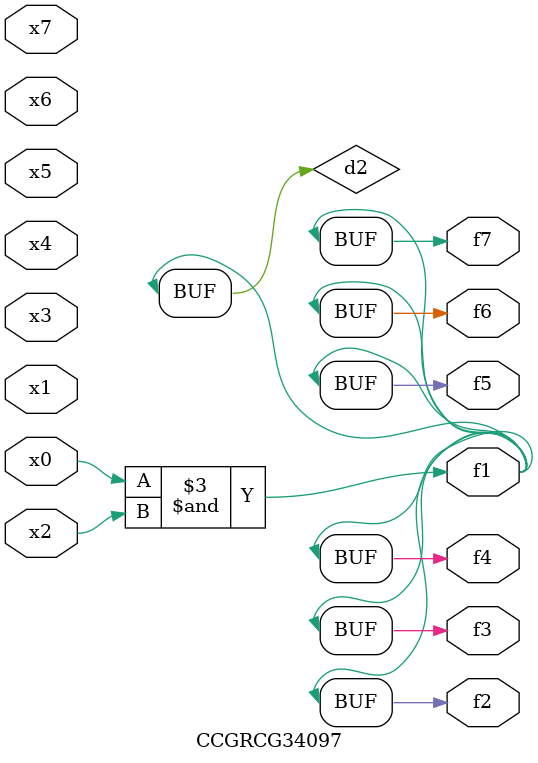
<source format=v>
module CCGRCG34097(
	input x0, x1, x2, x3, x4, x5, x6, x7,
	output f1, f2, f3, f4, f5, f6, f7
);

	wire d1, d2;

	nor (d1, x3, x6);
	and (d2, x0, x2);
	assign f1 = d2;
	assign f2 = d2;
	assign f3 = d2;
	assign f4 = d2;
	assign f5 = d2;
	assign f6 = d2;
	assign f7 = d2;
endmodule

</source>
